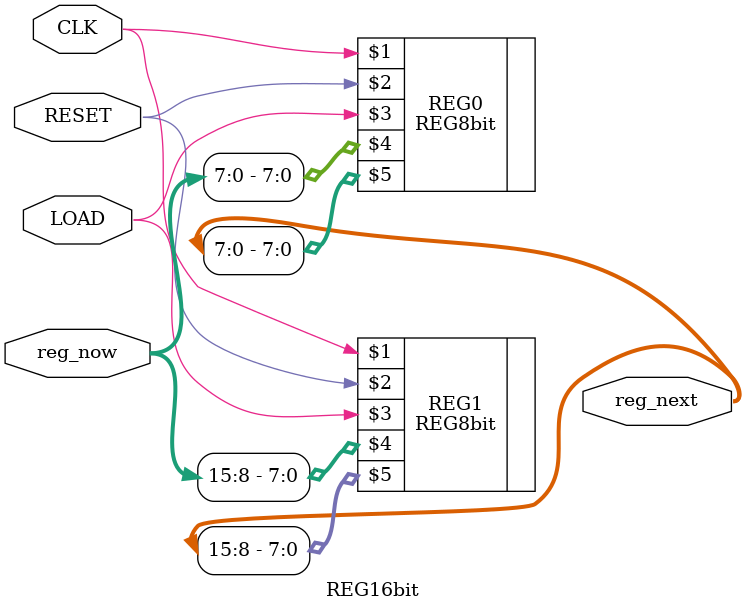
<source format=v>
module REG16bit(CLK, RESET, LOAD, reg_now, reg_next);
input CLK, RESET, LOAD;
input [15:0] reg_now;
output [15:0] reg_next;

REG8bit REG0 (CLK, RESET, LOAD, reg_now[7:0], reg_next[7:0]);
REG8bit REG1 (CLK, RESET, LOAD, reg_now[15:8], reg_next[15:8]);
endmodule


</source>
